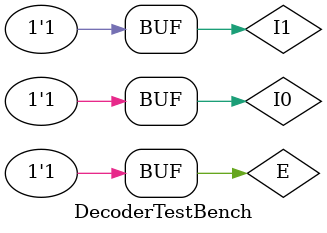
<source format=v>
`timescale 1ns / 1ps
module DecoderTestBench;
	reg E;
	reg I0;
	reg I1;
	wire m0;
	wire m1;
	wire m2;
	wire m3;
	myDecoder uut (
		.E(E), 
		.I0(I0), 
		.I1(I1), 
		.m0(m0), 
		.m1(m1), 
		.m2(m2), 
		.m3(m3)
	);
	initial begin
	//0 0 0
		E = 1'b0; I0 = 1'b0; I1 = 1'b0;
		#100;
	//0 0 1
		E = 1'b0; I0 = 1'b0; I1 = 1'b1;
		#100;
	//0 1 0
		E = 1'b0; I0 = 1'b1; I1 = 1'b0;
		#100;
	//0 1 1
		E = 1'b0; I0 = 1'b1; I1 = 1'b1;
		#100;
	//1 0 0
		E = 1'b1; I0 = 1'b0; I1 = 1'b0;
		#100;
	//1 0 1
		E = 1'b1; I0 = 1'b0; I1 = 1'b1;
		#100;
	//1 1 0
		E = 1'b1; I0 = 1'b1; I1 = 1'b0;
		#100;
	//1 1 1
		E = 1'b1; I0 = 1'b1; I1 = 1'b1;
		#100;
	end
      
endmodule


</source>
